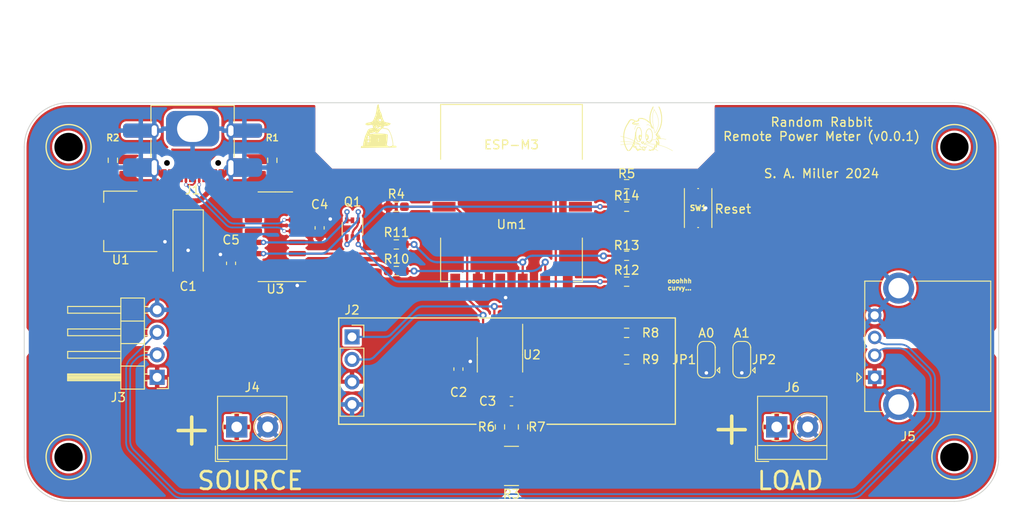
<source format=kicad_pcb>
(kicad_pcb (version 20211014) (generator pcbnew)
  (title_block (title "Remote Power Meter") (date "2024-02-25") (rev "0.0.1") (company "S. A. Miller"))
  (layers (0 "F.Cu" signal) (31 "B.Cu" signal) (34 "B.Paste" user) (35 "F.Paste" user) (36 "B.SilkS" user "B.Silkscreen") (37 "F.SilkS" user "F.Silkscreen") (38 "B.Mask" user) (39 "F.Mask" user) (44 "Edge.Cuts" user))
  (net 0 "")
  (net 1 "GND")
  (net 2 "Vcc")
  (net 3 "/CC1")
  (net 5 "/CC2")
  (net 7 "3v3")
  (net 8 "I2C SCL")
  (net 9 "I2C SDA")
  (net 11 "RST")
  (net 12 "IO0")
  (net 13 "/Vload")
  (net 14 "/Vsource")
  (net 15 "Net-(C3-Pad1)")
  (net 16 "Net-(C3-Pad2)")
  (net 17 "Net-(JP1-Pad2)")
  (net 18 "Net-(JP2-Pad2)")
  (net 19 "Net-(R8-Pad1)")
  (net 20 "Net-(R9-Pad1)")
  (net 21 "D-")
  (net 22 "D+")
  (net 23 "Net-(R10-Pad1)")
  (net 24 "RxD")
  (net 25 "Net-(R11-Pad1)")
  (net 26 "TxD")
  (net 27 "UD+")
  (net 28 "UD-")
  (net 29 "CTS")
  (net 30 "DSR")
  (net 31 "RI")
  (net 32 "DCD")
  (net 33 "DTR")
  (net 34 "RTS")
  (net 38 "+3V3")
  (net 39 "IO16")
  (net 40 "IO13")
  (net 41 "IO2")
  (footprint "Resistor_SMD:R_0603_1608Metric_Pad0.98x0.95mm_HandSolder" (layer "F.Cu") (at 101.3 101.6 90)
    (fp_text reference "R7")
    (fp_text value "10")
  )
  (footprint "Jumper:SolderJumper-3_P1.3mm_Bridged12_RoundedPad1.0x1.5mm" (layer "F.Cu") (at 122 94 90)
    (fp_text reference "JP1")
    (fp_text value "A0")
  )
  (footprint "Resistor_SMD:R_0603_1608Metric" (layer "F.Cu") (at 113 76.74)
    (fp_text reference "R14")
    (fp_text value "10K")
  )
  (footprint "Tinker:R_0603_1608Metric_Pad0.98x0.95mm_HandSolder" (layer "F.Cu") (at 73 71.5 -90)
    (fp_text reference "R1")
    (fp_text value "5k1")
  )
  (footprint "Tinker:NerdMage" (layer "F.Cu") (at 85 67.58)
    (fp_text reference "G***" hide)
    (fp_text value "LOGO" hide)
  )
  (footprint "Resistor_SMD:R_0603_1608Metric_Pad0.98x0.95mm_HandSolder" (layer "F.Cu") (at 98.7 101.6 90)
    (fp_text reference "R6")
    (fp_text value "10")
  )
  (footprint "Jumper:SolderJumper-3_P1.3mm_Bridged12_RoundedPad1.0x1.5mm" (layer "F.Cu") (at 126 94 90)
    (fp_text reference "JP2")
    (fp_text value "A1")
  )
  (footprint "Package_TO_SOT_SMD:SOT-223-3_TabPin2" (layer "F.Cu") (at 55.88 78.394737 180)
    (fp_text reference "U1")
    (fp_text value "AMS1117-3.3")
  )
  (footprint "Connector_USB:USB_A_CONNFLY_DS1095-WNR0" (layer "F.Cu") (at 141 96 90)
    (fp_text reference "J5")
    (fp_text value "USB_A")
  )
  (footprint "Tinker:Mount" (layer "F.Cu") (at 150 105)
    (fp_text reference "REF**" hide)
    (fp_text value "Mount" hide)
  )
  (footprint "Resistor_SMD:R_0603_1608Metric_Pad0.98x0.95mm_HandSolder" (layer "F.Cu") (at 87 81)
    (fp_text reference "R11")
    (fp_text value "10K")
  )
  (footprint "Tinker:SW_Push_TS273014TP" (layer "F.Cu") (at 121.069999 76.89 -90)
    (fp_text reference "SW1")
    (fp_text value "SW_Push" hide)
  )
  (footprint "Capacitor_SMD:C_0603_1608Metric_Pad1.08x0.95mm_HandSolder" (layer "F.Cu") (at 68.34371 83.131039 90)
    (fp_text reference "C5")
    (fp_text value "100nf")
  )
  (footprint "Capacitor_SMD:C_0603_1608Metric_Pad1.08x0.95mm_HandSolder" (layer "F.Cu") (at 78.34371 79.131039 90)
    (fp_text reference "C4")
    (fp_text value "10nf")
  )
  (footprint "Tinker:USB_C_Receptacle_HRO_TYPE-C-31-M-12" (layer "F.Cu") (at 64 69.2 180)
    (fp_text reference "J1")
    (fp_text value "USB_C_Receptacle_USB2.0")
  )
  (footprint "Tinker:DagNabbit" (layer "F.Cu") (at 115 68.58)
    (fp_text reference "REF**" hide)
    (fp_text value "DagNabbit" hide)
  )
  (footprint "Capacitor_SMD:C_0603_1608Metric_Pad1.08x0.95mm_HandSolder" (layer "F.Cu") (at 100 98.7 180)
    (fp_text reference "C3")
    (fp_text value "0.1")
  )
  (footprint "Package_SO:SOIC-16_3.9x9.9mm_P1.27mm" (layer "F.Cu") (at 73.34371 80.131039 180)
    (fp_text reference "U3")
    (fp_text value "CH340C")
  )
  (footprint "Resistor_SMD:R_0603_1608Metric_Pad0.98x0.95mm_HandSolder" (layer "F.Cu") (at 113 93.98)
    (fp_text reference "R9")
    (fp_text value "10K")
  )
  (footprint "Tinker:Mount" (layer "F.Cu") (at 150 70)
    (fp_text reference "REF**" hide)
    (fp_text value "Mount" hide)
  )
  (footprint "Tinker:Mount" (layer "F.Cu") (at 50 70)
    (fp_text reference "REF**" hide)
    (fp_text value "Mount" hide)
  )
  (footprint "Tinker:Mount" (layer "F.Cu") (at 50 105)
    (fp_text reference "REF**" hide)
    (fp_text value "Mount" hide)
  )
  (footprint "Connector_PinHeader_2.54mm:PinHeader_1x04_P2.54mm_Horizontal" (layer "F.Cu") (at 60 96 180)
    (fp_text reference "J3")
    (fp_text value "Conn_01x04_Male")
  )
  (footprint "Capacitor_SMD:C_0603_1608Metric_Pad1.08x0.95mm_HandSolder" (layer "F.Cu") (at 94.009792 95.069399 90)
    (fp_text reference "C2")
    (fp_text value "0.1")
  )
  (footprint "Resistor_SMD:R_0603_1608Metric" (layer "F.Cu") (at 113 82.28)
    (fp_text reference "R13")
    (fp_text value "10K")
  )
  (footprint "Capacitor_Tantalum_SMD:CP_EIA-6032-28_Kemet-C_Pad2.25x2.35mm_HandSolder" (layer "F.Cu") (at 63.5 81.030718 -90)
    (fp_text reference "C1")
    (fp_text value "22uf")
  )
  (footprint "Package_SO:SOIC-8_3.9x4.9mm_P1.27mm" (layer "F.Cu") (at 98.7 93.456899 -90)
    (fp_text reference "U2")
    (fp_text value "INA219AxD")
  )
  (footprint "TerminalBlock_4Ucon:TerminalBlock_4Ucon_1x02_P3.50mm_Horizontal" (layer "F.Cu") (at 68.98 101.6)
    (fp_text reference "J4")
    (fp_text value "Conn_01x02")
  )
  (footprint "Resistor_SMD:R_0603_1608Metric_Pad0.98x0.95mm_HandSolder" (layer "F.Cu") (at 87 76.74)
    (fp_text reference "R4")
    (fp_text value "10K")
  )
  (footprint "Resistor_SMD:R_0603_1608Metric_Pad0.98x0.95mm_HandSolder" (layer "F.Cu") (at 113 90.981899)
    (fp_text reference "R8")
    (fp_text value "10K")
  )
  (footprint "TerminalBlock_4Ucon:TerminalBlock_4Ucon_1x02_P3.50mm_Horizontal" (layer "F.Cu") (at 129.94 101.6)
    (fp_text reference "J6")
    (fp_text value "Conn_01x02")
  )
  (footprint "Tinker:ESP-M3" (layer "F.Cu") (at 100 75.2)
    (fp_text reference "Um1")
    (fp_text value "ESP-M3")
  )
  (footprint "Resistor_SMD:R_0603_1608Metric_Pad0.98x0.95mm_HandSolder" (layer "F.Cu") (at 113 85.2 180)
    (fp_text reference "R12")
    (fp_text value "10K")
  )
  (footprint "Connector_PinSocket_2.54mm:PinSocket_1x04_P2.54mm_Vertical" (layer "F.Cu") (at 82 91.44)
    (fp_text reference "J2")
    (fp_text value "Conn_01x04_Female")
  )
  (footprint "Resistor_SMD:R_0603_1608Metric_Pad0.98x0.95mm_HandSolder" (layer "F.Cu") (at 113 74.2 180)
    (fp_text reference "R5")
    (fp_text value "10K")
  )
  (footprint "Tinker:R_0603_1608Metric_Pad0.98x0.95mm_HandSolder" (layer "F.Cu") (at 55 71.5 -90)
    (fp_text reference "R2")
    (fp_text value "5k1")
  )
  (footprint "Resistor_SMD:R_2816_7142Metric_Pad3.20x4.45mm_HandSolder" (layer "F.Cu") (at 100 106 180)
    (fp_text reference "R3")
    (fp_text value "0.1")
  )
  (footprint "Package_TO_SOT_SMD:SOT-363_SC-70-6" (layer "F.Cu") (at 82.047854 79.227382 -90)
    (fp_text reference "Q1")
    (fp_text value "UMH3N")
  )
  (footprint "Resistor_SMD:R_0603_1608Metric_Pad0.98x0.95mm_HandSolder" (layer "F.Cu") (at 87 84)
    (fp_text reference "R10")
    (fp_text value "10K")
  )
  (gr_line (start 118.5 101.3) (end 104 101.3) (layer "F.SilkS") (width 0.15))
  (gr_line (start 118.5 89.3) (end 118.5 101.3) (layer "F.SilkS") (width 0.15))
  (gr_line (start 80.5 89.3) (end 80.5 101.3) (layer "F.SilkS") (width 0.15))
  (gr_line (start 80.5 89.3) (end 118.5 89.3) (layer "F.SilkS") (width 0.15))
  (gr_line (start 96 101.3) (end 80.5 101.3) (layer "F.SilkS") (width 0.15))
  (gr_line (start 150 110) (end 50 110) (layer "Edge.Cuts") (width 0.1))
  (gr_line (start 155 70) (end 155 105) (layer "Edge.Cuts") (width 0.1))
  (gr_line (start 50 65) (end 150 65) (layer "Edge.Cuts") (width 0.1))
  (gr_arc (start 150 65) (mid 153.535534 66.464466) (end 155 70) (layer "Edge.Cuts") (width 0.1))
  (gr_arc (start 50 110) (mid 46.464466 108.535534) (end 45 105) (layer "Edge.Cuts") (width 0.1))
  (gr_arc (start 155 105) (mid 153.535534 108.535534) (end 150 110) (layer "Edge.Cuts") (width 0.1))
  (gr_line (start 45 105) (end 45 70) (layer "Edge.Cuts") (width 0.1))
  (gr_arc (start 45 70) (mid 46.464466 66.464466) (end 50 65) (layer "Edge.Cuts") (width 0.1))
  (gr_text "Reset" (at 125 77) (layer "F.SilkS") (effects (font (size 1 1))))
  (gr_text "ooohhh\ncurvy..." (at 118.983014 85.522324) (layer "F.SilkS") (effects (font (size 0.5 0.5) (thickness 0.125))))
  (gr_text "+" (at 63.9 101.7) (layer "F.SilkS") (effects (font (size 4 4) (thickness 0.4))))
  (gr_text "A1" (at 126 91) (layer "F.SilkS") (effects (font (size 1 1))))
  (gr_text "Random Rabbit\n${TITLE} (v${REVISION})" (at 135 68) (layer "F.SilkS") (effects (font (size 1 1))))
  (gr_text "A0" (at 122 91) (layer "F.SilkS") (effects (font (size 1 1))))
  (gr_text "LOAD" (at 131.48 107.68) (layer "F.SilkS") (effects (font (size 2 2) (thickness 0.3))))
  (gr_text "SOURCE" (at 70.52 107.68) (layer "F.SilkS") (effects (font (size 2 2) (thickness 0.3))))
  (gr_text "S. A. Miller 2024" (at 135 73) (layer "F.SilkS") (effects (font (size 1 1))))
  (gr_text "+" (at 124.86 101.6) (layer "F.SilkS") (effects (font (size 4 4) (thickness 0.4))))
  (segment (start 67.25 73.245) (end 67.405 73.245) (width 0.6) (layer "F.Cu") (net 1))
  (segment (start 98.73 85.2) (end 98.73 86.395) (width 0.25) (layer "F.Cu") (net 1))
  (segment (start 63.5 83.580718) (end 63.5 81.664381) (width 0.25) (layer "F.Cu") (net 1))
  (segment (start 59.03 80.694737) (end 60.88 80.694738) (width 0.25) (layer "F.Cu") (net 1))
  (segment (start 94.009792 94.206899) (end 97.007696 94.206899) (width 0.25) (layer "F.Cu") (net 1))
  (segment (start 98.065 95.264203) (end 98.065 95.931899) (width 0.25) (layer "F.Cu") (net 1))
  (segment (start 72.755705 72.318205) (end 69.096965 72.318205) (width 0.25) (layer "F.Cu") (net 1))
  (segment (start 55 72.5625) (end 55.244295 72.318205) (width 0.25) (layer "F.Cu") (net 1))
  (segment (start 68.34371 82.268539) (end 67.28121 82.268539) (width 0.25) (layer "F.Cu") (net 1))
  (segment (start 73 72.5625) (end 72.755705 72.318205) (width 0.25) (layer "F.Cu") (net 1))
  (segment (start 79.406211 78.268539) (end 79.54371 78.131039) (width 0.25) (layer "F.Cu") (net 1))
  (segment (start 67.405 73.245) (end 68.32 72.33) (width 0.6) (layer "F.Cu") (net 1))
  (segment (start 55.244295 72.318205) (end 58.903035 72.318205) (width 0.25) (layer "F.Cu") (net 1))
  (segment (start 60.595 73.245) (end 59.68 72.33) (width 0.6) (layer "F.Cu") (net 1))
  (segment (start 78.343711 78.268539) (end 79.406211 78.268539) (width 0.25) (layer "F.Cu") (net 1))
  (segment (start 121.92 75.04) (end 121.92 78.74) (width 0.25) (layer "F.Cu") (net 1))
  (segment (start 63.5 81.664381) (end 63.499332 81.663713) (width 0.25) (layer "F.Cu") (net 1))
  (segment (start 97.714803 94.499792) (end 97.772107 94.557096) (width 0.25) (layer "F.Cu") (net 1))
  (segment (start 75.81871 84.576039) (end 75.81871 85.63104) (width 0.25) (layer "F.Cu") (net 1))
  (segment (start 67.28121 82.268539) (end 67.14371 82.131039) (width 0.25) (layer "F.Cu") (net 1))
  (segment (start 98.73 86.395) (end 99.335 87) (width 0.25) (layer "F.Cu") (net 1))
  (segment (start 60.75 73.245) (end 60.595 73.245) (width 0.6) (layer "F.Cu") (net 1))
  (via (at 99.335 87) (size 0.8) (drill 0.4) (layers "F.Cu" "B.Cu") (net 1))
  (via (at 79.54371 78.131039) (size 0.8) (drill 0.4) (layers "F.Cu" "B.Cu") (net 1))
  (via (at 67.14371 82.131039) (size 0.8) (drill 0.4) (layers "F.Cu" "B.Cu") (net 1))
  (via (at 95.351887 94.206899) (size 0.8) (drill 0.4) (layers "F.Cu" "B.Cu") (net 1))
  (via (at 126 95.5) (size 0.8) (drill 0.4) (layers "F.Cu" "B.Cu") (net 1))
  (via (at 121.919999 76.89) (size 0.8) (drill 0.4) (layers "F.Cu" "B.Cu") (net 1))
  (via (at 63.499332 81.663713) (size 0.8) (drill 0.4) (layers "F.Cu" "B.Cu") (net 1))
  (via (at 75.81871 85.63104) (size 0.8) (drill 0.4) (layers "F.Cu" "B.Cu") (net 1))
  (via (at 60.88 80.694738) (size 0.8) (drill 0.4) (layers "F.Cu" "B.Cu") (net 1))
  (via (at 122 95.5) (size 0.8) (drill 0.4) (layers "F.Cu" "B.Cu") (net 1))
  (arc (start 98.065 95.264203) (mid 97.98888 94.88152) (end 97.772107 94.557096) (width 0.25) (layer "F.Cu") (net 1))
  (arc (start 97.007696 94.206899) (mid 97.390379 94.283019) (end 97.714803 94.499792) (width 0.25) (layer "F.Cu") (net 1))
  (segment (start 60.922893 75.801844) (end 61.257107 75.46763) (width 0.6) (layer "F.Cu") (net 2))
  (segment (start 65.068156 75.801844) (end 66.157107 74.712893) (width 0.6) (layer "F.Cu") (net 2))
  (segment (start 66.45 74.005786) (end 66.45 73.245) (width 0.6) (layer "F.Cu") (net 2))
  (segment (start 61.55 74.760523) (end 61.55 73.245) (width 0.6) (layer "F.Cu") (net 2))
  (segment (start 59.03 76.094737) (end 60.215786 76.094737) (width 0.6) (layer "F.Cu") (net 2))
  (segment (start 59.03 76.094737) (end 64.361049 76.094737) (width 0.6) (layer "F.Cu") (net 2))
  (arc (start 61.257107 75.46763) (mid 61.47388 75.143207) (end 61.55 74.760523) (width 0.6) (layer "F.Cu") (net 2))
  (arc (start 60.922893 75.801844) (mid 60.59847 76.018617) (end 60.215786 76.094737) (width 0.6) (layer "F.Cu") (net 2))
  (arc (start 64.361049 76.094737) (mid 64.743732 76.018617) (end 65.068156 75.801844) (width 0.6) (layer "F.Cu") (net 2))
  (arc (start 66.157107 74.712893) (mid 66.37388 74.38847) (end 66.45 74.005786) (width 0.6) (layer "F.Cu") (net 2))
  (segment (start 65.25 72.634214) (end 65.25 73.245) (width 0.25) (layer "F.Cu") (net 3))
  (segment (start 73 70.4375) (end 67.446714 70.4375) (width 0.25) (layer "F.Cu") (net 3))
  (segment (start 66.739607 70.730393) (end 65.542893 71.927107) (width 0.25) (layer "F.Cu") (net 3))
  (arc (start 65.25 72.634214) (mid 65.32612 72.251531) (end 65.542893 71.927107) (width 0.25) (layer "F.Cu") (net 3))
  (arc (start 67.446714 70.4375) (mid 67.064031 70.51362) (end 66.739607 70.730393) (width 0.25) (layer "F.Cu") (net 3))
  (segment (start 55 70.4375) (end 55.046662 70.484162) (width 0.25) (layer "F.Cu") (net 5))
  (segment (start 55.046662 70.484162) (end 60.800709 70.484162) (width 0.25) (layer "F.Cu") (net 5))
  (segment (start 61.507815 70.777055) (end 61.957106 71.226346) (width 0.25) (layer "F.Cu") (net 5))
  (segment (start 62.25 71.933453) (end 62.25 73.245) (width 0.25) (layer "F.Cu") (net 5))
  (arc (start 60.800709 70.484162) (mid 61.183392 70.560282) (end 61.507815 70.777055) (width 0.25) (layer "F.Cu") (net 5))
  (arc (start 61.957106 71.226346) (mid 62.173879 71.550769) (end 62.25 71.933453) (width 0.25) (layer "F.Cu") (net 5))
  (segment (start 94.046658 95.931899) (end 96.795 95.931899) (width 0.25) (layer "F.Cu") (net 7))
  (segment (start 96.795 88.88757) (end 95.292893 87.385463) (width 0.25) (layer "F.Cu") (net 8))
  (segment (start 96.795 90.981899) (end 96.795 89) (width 0.25) (layer "F.Cu") (net 8))
  (segment (start 92.38 76.74) (end 93.205786 76.74) (width 0.25) (layer "F.Cu") (net 8))
  (segment (start 87.9125 76.74) (end 92.38 76.74) (width 0.25) (layer "F.Cu") (net 8))
  (segment (start 96.795 89) (end 96.795 88.88757) (width 0.25) (layer "F.Cu") (net 8))
  (segment (start 95 78.534214) (end 95 86.678356) (width 0.25) (layer "F.Cu") (net 8))
  (segment (start 93.912893 77.032893) (end 94.707107 77.827107) (width 0.25) (layer "F.Cu") (net 8))
  (via (at 96.795 89) (size 0.8) (drill 0.4) (layers "F.Cu" "B.Cu") (net 8))
  (arc (start 95 86.678356) (mid 95.07612 87.061039) (end 95.292893 87.385463) (width 0.25) (layer "F.Cu") (net 8))
  (arc (start 93.912893 77.032893) (mid 93.58847 76.81612) (end 93.205786 76.74) (width 0.25) (layer "F.Cu") (net 8))
  (arc (start 95 78.534214) (mid 94.92388 78.151531) (end 94.707107 77.827107) (width 0.25) (layer "F.Cu") (net 8))
  (segment (start 89.614214 89) (end 96.795 89) (width 0.25) (layer "B.Cu") (net 8))
  (segment (start 82 93.98) (end 83.805786 93.98) (width 0.25) (layer "B.Cu") (net 8))
  (segment (start 84.512893 93.687107) (end 88.907107 89.292893) (width 0.25) (layer "B.Cu") (net 8))
  (arc (start 83.805786 93.98) (mid 84.188469 93.90388) (end 84.512893 93.687107) (width 0.25) (layer "B.Cu") (net 8))
  (arc (start 88.907107 89.292893) (mid 89.23153 89.07612) (end 89.614214 89) (width 0.25) (layer "B.Cu") (net 8))
  (segment (start 103.781644 87.707107) (end 104.707107 86.781644) (width 0.25) (layer "F.Cu") (net 9))
  (segment (start 105 76.154214) (end 105 86.074537) (width 0.25) (layer "F.Cu") (net 9))
  (segment (start 98.065 88) (end 103.074537 88) (width 0.25) (layer "F.Cu") (net 9))
  (segment (start 106.247107 74.492893) (end 105.292893 75.447107) (width 0.25) (layer "F.Cu") (net 9))
  (segment (start 112.0875 74.2) (end 107.78 74.2) (width 0.25) (layer "F.Cu") (net 9))
  (segment (start 98.065 90.981899) (end 98.065 88) (width 0.25) (layer "F.Cu") (net 9))
  (segment (start 107.78 74.2) (end 106.954214 74.2) (width 0.25) (layer "F.Cu") (net 9))
  (via (at 98.065 88) (size 0.8) (drill 0.4) (layers "F.Cu" "B.Cu") (net 9))
  (arc (start 106.247107 74.492893) (mid 106.57153 74.27612) (end 106.954214 74.2) (width 0.25) (layer "F.Cu") (net 9))
  (arc (start 105 86.074537) (mid 104.92388 86.45722) (end 104.707107 86.781644) (width 0.25) (layer "F.Cu") (net 9))
  (arc (start 103.074537 88) (mid 103.45722 87.92388) (end 103.781644 87.707107) (width 0.25) (layer "F.Cu") (net 9))
  (arc (start 105.292893 75.447107) (mid 105.07612 75.77153) (end 105 76.154214) (width 0.25) (layer "F.Cu") (net 9))
  (segment (start 82 91.44) (end 85.70939 91.44) (width 0.25) (layer "B.Cu") (net 9))
  (segment (start 89.977818 88) (end 98.065 88) (width 0.25) (layer "B.Cu") (net 9))
  (segment (start 86.416497 91.147107) (end 89.270711 88.292893) (width 0.25) (layer "B.Cu") (net 9))
  (arc (start 86.416497 91.147107) (mid 86.092074 91.36388) (end 85.70939 91.44) (width 0.25) (layer "B.Cu") (net 9))
  (arc (start 89.270711 88.292893) (mid 89.595134 88.07612) (end 89.977818 88) (width 0.25) (layer "B.Cu") (net 9))
  (segment (start 82.697854 80.177382) (end 82.697854 80.997065) (width 0.25) (layer "F.Cu") (net 11))
  (segment (start 112.0875 85.2) (end 106.35 85.2) (width 0.25) (layer "F.Cu") (net 11))
  (segment (start 117.71866 86.658096) (end 119.780659 84.596097) (width 0.25) (layer "F.Cu") (net 11))
  (segment (start 113.721769 87.097436) (end 116.658 87.097436) (width 0.25) (layer "F.Cu") (net 11))
  (segment (start 82.697854 80.997065) (end 82.700789 81) (width 0.25) (layer "F.Cu") (net 11))
  (segment (start 112.0875 85.2) (end 112.0875 85.463167) (width 0.25) (layer "F.Cu") (net 11))
  (segment (start 120.219999 75.04) (end 120.219999 78.74) (width 0.25) (layer "F.Cu") (net 11))
  (segment (start 112.52684 86.523827) (end 112.661109 86.658096) (width 0.25) (layer "F.Cu") (net 11))
  (segment (start 120.219999 83.535437) (end 120.219999 78.74) (width 0.25) (layer "F.Cu") (net 11))
  (via (at 82.700789 81) (size 0.6) (drill 0.3) (layers "F.Cu" "B.Cu") (net 11))
  (via (at 110 85.2) (size 0.6) (drill 0.3) (layers "F.Cu" "B.Cu") (net 11))
  (arc (start 117.71866 86.658096) (mid 117.232025 86.983255) (end 116.658 87.097436) (width 0.25) (layer "F.Cu") (net 11))
  (arc (start 120.219999 83.535437) (mid 120.105818 84.109462) (end 119.780659 84.596097) (width 0.25) (layer "F.Cu") (net 11))
  (arc (start 112.0875 85.463167) (mid 112.201681 86.037192) (end 112.52684 86.523827) (width 0.25) (layer "F.Cu") (net 11))
  (arc (start 112.661109 86.658096) (mid 113.147744 86.983255) (end 113.721769 87.097436) (width 0.25) (layer "F.Cu") (net 11))
  (segment (start 86.607897 84.907107) (end 82.700789 81) (width 0.25) (layer "B.Cu") (net 11))
  (segment (start 110 85.2) (end 87.315003 85.2) (width 0.25) (layer "B.Cu") (net 11))
  (arc (start 87.315003 85.2) (mid 86.93232 85.12388) (end 86.607897 84.907107) (width 0.25) (layer "B.Cu") (net 11))
  (segment (start 81.397854 80.177382) (end 81.397854 80.967066) (width 0.25) (layer "F.Cu") (net 12))
  (segment (start 112.175 76.74) (end 107.78 76.74) (width 0.25) (layer "F.Cu") (net 12))
  (segment (start 81.397854 80.967066) (end 81.430788 81) (width 0.25) (layer "F.Cu") (net 12))
  (via (at 81.430788 81) (size 0.6) (drill 0.3) (layers "F.Cu" "B.Cu") (net 12))
  (via (at 110 76.74) (size 0.6) (drill 0.3) (layers "F.Cu" "B.Cu") (net 12))
  (segment (start 86.105002 76.74) (end 110 76.74) (width 0.25) (layer "B.Cu") (net 12))
  (segment (start 81.430788 81) (end 85.397895 77.032893) (width 0.25) (layer "B.Cu") (net 12))
  (arc (start 85.397895 77.032893) (mid 85.722318 76.81612) (end 86.105002 76.74) (width 0.25) (layer "B.Cu") (net 12))
  (segment (start 100.605 95.931899) (end 100.605 99.578286) (width 0.25) (layer "F.Cu") (net 15))
  (segment (start 100.897893 100.285393) (end 101.3 100.6875) (width 0.25) (layer "F.Cu") (net 15))
  (arc (start 100.605 99.578286) (mid 100.68112 99.960969) (end 100.897893 100.285393) (width 0.25) (layer "F.Cu") (net 15))
  (segment (start 99.335 95.931899) (end 99.335 99.638286) (width 0.25) (layer "F.Cu") (net 16))
  (segment (start 99.042107 100.345393) (end 98.7 100.6875) (width 0.25) (layer "F.Cu") (net 16))
  (arc (start 99.335 99.638286) (mid 99.25888 100.020969) (end 99.042107 100.345393) (width 0.25) (layer "F.Cu") (net 16))
  (segment (start 113.9325 94) (end 122 94) (width 0.25) (layer "F.Cu") (net 17))
  (segment (start 113.9125 93.98) (end 113.9325 94) (width 0.25) (layer "F.Cu") (net 17))
  (segment (start 124.707107 93.707107) (end 124.230255 93.230255) (width 0.25) (layer "F.Cu") (net 18))
  (segment (start 123.644469 91.600976) (end 123.318285 91.274792) (width 0.25) (layer "F.Cu") (net 18))
  (segment (start 126 94) (end 125.414214 94) (width 0.25) (layer "F.Cu") (net 18))
  (segment (start 122.611178 90.981899) (end 113.9125 90.981899) (width 0.25) (layer "F.Cu") (net 18))
  (segment (start 123.937362 92.523148) (end 123.937362 92.308083) (width 0.25) (layer "F.Cu") (net 18))
  (arc (start 123.937362 92.523148) (mid 124.013482 92.905831) (end 124.230255 93.230255) (width 0.25) (layer "F.Cu") (net 18))
  (arc (start 122.611178 90.981899) (mid 122.993861 91.058019) (end 123.318285 91.274792) (width 0.25) (layer "F.Cu") (net 18))
  (arc (start 125.414214 94) (mid 125.031531 93.92388) (end 124.707107 93.707107) (width 0.25) (layer "F.Cu") (net 18))
  (arc (start 123.937362 92.308083) (mid 123.861242 91.9254) (end 123.644469 91.600976) (width 0.25) (layer "F.Cu") (net 18))
  (segment (start 100.605 90.981899) (end 112.0875 90.981899) (width 0.25) (layer "F.Cu") (net 19))
  (segment (start 101.093882 93.98) (end 112.0875 93.98) (width 0.25) (layer "F.Cu") (net 20))
  (segment (start 99.627893 92.928225) (end 100.386775 93.687107) (width 0.25) (layer "F.Cu") (net 20))
  (segment (start 99.335 90.981899) (end 99.335 92.221118) (width 0.25) (layer "F.Cu") (net 20))
  (arc (start 100.386775 93.687107) (mid 100.711197 93.903886) (end 101.093882 93.98) (width 0.25) (layer "F.Cu") (net 20))
  (arc (start 99.335 92.221118) (mid 99.41112 92.603802) (end 99.627893 92.928225) (width 0.25) (layer "F.Cu") (net 20))
  (segment (start 62.97438 109.182496) (end 138.273345 109.182496) (width 0.2) (layer "B.Cu") (net 21))
  (segment (start 57.388882 104.218318) (end 61.91372 108.743156) (width 0.2) (layer "B.Cu") (net 21))
  (segment (start 141.335659 93.164341) (end 141 93.5) (width 0.2) (layer "B.Cu") (net 21))
  (segment (start 143.692138 92.725001) (end 142.396319 92.725001) (width 0.2) (layer "B.Cu") (net 21))
  (segment (start 139.334005 108.743156) (end 146.924556 101.152605) (width 0.2) (layer "B.Cu") (net 21))
  (segment (start 147.363896 100.091945) (end 147.363896 96.396759) (width 0.2) (layer "B.Cu") (net 21))
  (segment (start 60 93.46) (end 58.717717 93.46) (width 0.2) (layer "B.Cu") (net 21))
  (segment (start 146.924556 95.336099) (end 144.752798 93.164341) (width 0.2) (layer "B.Cu") (net 21))
  (segment (start 56.949542 95.228175) (end 56.949542 103.157658) (width 0.2) (layer "B.Cu") (net 21))
  (segment (start 57.657057 93.89934) (end 57.388882 94.167515) (width 0.2) (layer "B.Cu") (net 21))
  (arc (start 146.924556 95.336099) (mid 147.249715 95.822734) (end 147.363896 96.396759) (width 0.2) (layer "B.Cu") (net 21))
  (arc (start 139.334005 108.743156) (mid 138.84737 109.068315) (end 138.273345 109.182496) (width 0.2) (layer "B.Cu") (net 21))
  (arc (start 146.924556 101.152605) (mid 147.249715 100.66597) (end 147.363896 100.091945) (width 0.2) (layer "B.Cu") (net 21))
  (arc (start 61.91372 108.743156) (mid 62.400355 109.068315) (end 62.97438 109.182496) (width 0.2) (layer "B.Cu") (net 21))
  (arc (start 57.388882 104.218318) (mid 57.063723 103.731683) (end 56.949542 103.157658) (width 0.2) (layer "B.Cu") (net 21))
  (arc (start 58.717717 93.46) (mid 58.143692 93.574181) (end 57.657057 93.89934) (width 0.2) (layer "B.Cu") (net 21))
  (arc (start 57.388882 94.167515) (mid 57.063723 94.65415) (end 56.949542 95.228175) (width 0.2) (layer "B.Cu") (net 21))
  (arc (start 144.752798 93.164341) (mid 144.266163 92.839182) (end 143.692138 92.725001) (width 0.2) (layer "B.Cu") (net 21))
  (arc (start 141.335659 93.164341) (mid 141.822294 92.839182) (end 142.396319 92.725001) (width 0.2) (layer "B.Cu") (net 21))
  (segment (start 56.499542 95.041778) (end 56.499542 103.344058) (width 0.2) (layer "B.Cu") (net 22))
  (segment (start 60 90.92) (end 56.938882 93.981118) (width 0.2) (layer "B.Cu") (net 22))
  (segment (start 62.78798 109.632496) (end 138.459745 109.632496) (width 0.2) (layer "B.Cu") (net 22))
  (segment (start 139.520405 109.193156) (end 147.374556 101.339005) (width 0.2) (layer "B.Cu") (net 22))
  (segment (start 56.938882 104.404718) (end 61.72732 109.193156) (width 0.2) (layer "B.Cu") (net 22))
  (segment (start 147.374556 95.149699) (end 144.939196 92.714339) (width 0.2) (layer "B.Cu") (net 22))
  (segment (start 147.813896 100.278345) (end 147.813896 96.210359) (width 0.2) (layer "B.Cu") (net 22))
  (segment (start 143.878536 92.274999) (end 142.396319 92.274999) (width 0.2) (layer "B.Cu") (net 22))
  (segment (start 141.335659 91.835659) (end 141 91.5) (width 0.2) (layer "B.Cu") (net 22))
  (arc (start 147.813896 100.278345) (mid 147.699715 100.85237) (end 147.374556 101.339005) (width 0.2) (layer "B.Cu") (net 22))
  (arc (start 147.813896 96.210359) (mid 147.699715 95.636334) (end 147.374556 95.149699) (width 0.2) (layer "B.Cu") (net 22))
  (arc (start 56.938882 93.981118) (mid 56.613723 94.467753) (end 56.499542 95.041778) (width 0.2) (layer "B.Cu") (net 22))
  (arc (start 141.335659 91.835659) (mid 141.822294 92.160818) (end 142.396319 92.274999) (width 0.2) (layer "B.Cu") (net 22))
  (arc (start 144.939196 92.714339) (mid 144.452561 92.38918) (end 143.878536 92.274999) (width 0.2) (layer "B.Cu") (net 22))
  (arc (start 138.459745 109.632496) (mid 139.03377 109.518315) (end 139.520405 109.193156) (width 0.2) (layer "B.Cu") (net 22))
  (arc (start 56.499542 103.344058) (mid 56.613723 103.918083) (end 56.938882 104.404718) (width 0.2) (layer "B.Cu") (net 22))
  (arc (start 62.78798 109.632496) (mid 62.213955 109.518315) (end 61.72732 109.193156) (width 0.2) (layer "B.Cu") (net 22))
  (segment (start 85.832879 83.745379) (end 86.0875 84) (width 0.25) (layer "F.Cu") (net 23))
  (segment (start 75.81871 83.306039) (end 84.772219 83.306039) (width 0.25) (layer "F.Cu") (net 23))
  (arc (start 84.772219 83.306039) (mid 85.346244 83.42022) (end 85.832879 83.745379) (width 0.25) (layer "F.Cu") (net 23))
  (segment (start 103.81 85.2) (end 103.81 83) (width 0.25) (layer "F.Cu") (net 24))
  (segment (start 87.9125 84) (end 89 84) (width 0.25) (layer "F.Cu") (net 24))
  (via (at 103.81 83) (size 0.8) (drill 0.4) (layers "F.Cu" "B.Cu") (net 24))
  (via (at 89 84) (size 0.8) (drill 0.4) (layers "F.Cu" "B.Cu") (net 24))
  (segment (start 103.24934 83.56066) (end 103.81 83) (width 0.25) (layer "B.Cu") (net 24))
  (segment (start 89 84) (end 102.18868 84) (width 0.25) (layer "B.Cu") (net 24))
  (arc (start 103.24934 83.56066) (mid 102.762705 83.885819) (end 102.18868 84) (width 0.25) (layer "B.Cu") (net 24))
  (segment (start 75.81871 82.036039) (end 84.430141 82.036039) (width 0.25) (layer "F.Cu") (net 25))
  (segment (start 85.490801 81.596699) (end 86.0875 81) (width 0.25) (layer "F.Cu") (net 25))
  (arc (start 84.430141 82.036039) (mid 85.004166 81.921858) (end 85.490801 81.596699) (width 0.25) (layer "F.Cu") (net 25))
  (segment (start 87.9125 81) (end 89 81) (width 0.25) (layer "F.Cu") (net 26))
  (segment (start 112.175 82.28) (end 110.410452 82.28) (width 0.25) (layer "F.Cu") (net 26))
  (segment (start 110.410452 82.28) (end 110.386577 82.303875) (width 0.25) (layer "F.Cu") (net 26))
  (segment (start 101.27 85.2) (end 101.27 83) (width 0.25) (layer "F.Cu") (net 26))
  (via (at 110.386577 82.303875) (size 0.8) (drill 0.4) (layers "F.Cu" "B.Cu") (net 26))
  (via (at 89 81) (size 0.8) (drill 0.4) (layers "F.Cu" "B.Cu") (net 26))
  (via (at 101.27 83) (size 0.8) (drill 0.4) (layers "F.Cu" "B.Cu") (net 26))
  (segment (start 110.386577 82.303875) (end 110.357702 82.275) (width 0.25) (layer "B.Cu") (net 26))
  (segment (start 89 81) (end 90.56066 82.56066) (width 0.25) (layer "B.Cu") (net 26))
  (segment (start 110.357702 82.275) (end 102.409214 82.275) (width 0.25) (layer "B.Cu") (net 26))
  (segment (start 91.62132 83) (end 101.27 83) (width 0.25) (layer "B.Cu") (net 26))
  (segment (start 101.702107 82.567893) (end 101.27 83) (width 0.25) (layer "B.Cu") (net 26))
  (arc (start 91.62132 83) (mid 91.047295 82.885819) (end 90.56066 82.56066) (width 0.25) (layer "B.Cu") (net 26))
  (arc (start 101.702107 82.567893) (mid 102.02653 82.35112) (end 102.409214 82.275) (width 0.25) (layer "B.Cu") (net 26))
  (segment (start 75.818711 79.496039) (end 74.34371 79.496039) (width 0.2) (layer "F.Cu") (net 27))
  (segment (start 64.028204 74.27) (end 64.25 74.048204) (width 0.2) (layer "F.Cu") (net 27))
  (segment (start 64.25 74.048204) (end 64.25 73.245) (width 0.2) (layer "F.Cu") (net 27))
  (segment (start 63.25 73.245) (end 63.25 74.22) (width 0.2) (layer "F.Cu") (net 27))
  (segment (start 63.25 74.22) (end 63.3 74.27) (width 0.2) (layer "F.Cu") (net 27))
  (segment (start 63.3 74.27) (end 64.028204 74.27) (width 0.2) (layer "F.Cu") (net 27))
  (via (at 74.34371 79.496039) (size 0.4) (drill 0.3) (layers "F.Cu" "B.Cu") (net 27))
  (via (at 63.25 74.25) (size 0.4) (drill 0.3) (layers "F.Cu" "B.Cu") (net 27))
  (segment (start 63.25 74.25) (end 67.793146 78.793146) (width 0.2) (layer "B.Cu") (net 27))
  (segment (start 74.226603 79.378932) (end 74.34371 79.496039) (width 0.2) (layer "B.Cu") (net 27))
  (segment (start 68.500253 79.086039) (end 73.519496 79.086039) (width 0.2) (layer "B.Cu") (net 27))
  (arc (start 68.500253 79.086039) (mid 68.11757 79.009919) (end 67.793146 78.793146) (width 0.2) (layer "B.Cu") (net 27))
  (arc (start 73.519496 79.086039) (mid 73.902179 79.162159) (end 74.226603 79.378932) (width 0.2) (layer "B.Cu") (net 27))
  (segment (start 63.8 72.22) (end 63.75 72.27) (width 0.2) (layer "F.Cu") (net 28))
  (segment (start 63.75 72.27) (end 63.75 73.245) (width 0.2) (layer "F.Cu") (net 28))
  (segment (start 64.75 72.27) (end 64.7 72.22) (width 0.2) (layer "F.Cu") (net 28))
  (segment (start 64.75 73.245) (end 64.75 72.27) (width 0.2) (layer "F.Cu") (net 28))
  (segment (start 64.75 73.245) (end 64.75 74.25) (width 0.2) (layer "F.Cu") (net 28))
  (segment (start 75.81871 78.226039) (end 74.34371 78.226038) (width 0.2) (layer "F.Cu") (net 28))
  (segment (start 64.7 72.22) (end 63.8 72.22) (width 0.2) (layer "F.Cu") (net 28))
  (via (at 74.34371 78.226038) (size 0.4) (drill 0.3) (layers "F.Cu" "B.Cu") (net 28))
  (via (at 64.75 74.25) (size 0.4) (drill 0.3) (layers "F.Cu" "B.Cu") (net 28))
  (segment (start 65.042893 75.406496) (end 67.979542 78.343145) (width 0.2) (layer "B.Cu") (net 28))
  (segment (start 64.75 74.25) (end 64.75 74.699389) (width 0.2) (layer "B.Cu") (net 28))
  (segment (start 68.686649 78.636038) (end 73.519496 78.636038) (width 0.2) (layer "B.Cu") (net 28))
  (segment (start 74.226603 78.343145) (end 74.34371 78.226038) (width 0.2) (layer "B.Cu") (net 28))
  (arc (start 64.75 74.699389) (mid 64.82612 75.082072) (end 65.042893 75.406496) (width 0.2) (layer "B.Cu") (net 28))
  (arc (start 73.519496 78.636038) (mid 73.902179 78.559918) (end 74.226603 78.343145) (width 0.2) (layer "B.Cu") (net 28))
  (arc (start 68.686649 78.636038) (mid 68.303966 78.559918) (end 67.979542 78.343145) (width 0.2) (layer "B.Cu") (net 28))
  (segment (start 81.397854 78.277382) (end 81.397854 77.351894) (width 0.25) (layer "F.Cu") (net 33))
  (segment (start 81.397854 78.277382) (end 82.047854 78.277382) (width 0.25) (layer "F.Cu") (net 33))
  (segment (start 81.397854 77.351894) (end 81.430788 77.31896) (width 0.25) (layer "F.Cu") (net 33))
  (via (at 72 80.766039) (size 0.6) (drill 0.3) (layers "F.Cu" "B.Cu") (net 33))
  (via (at 81.430788 77.31896) (size 0.6) (drill 0.3) (layers "F.Cu" "B.Cu") (net 33))
  (segment (start 81.430788 77.812485) (end 81.430788 77.31896) (width 0.25) (layer "B.Cu") (net 33))
  (segment (start 72 80.766039) (end 78.477234 80.766039) (width 0.25) (layer "B.Cu") (net 33))
  (segment (start 79.184341 80.473146) (end 81.137895 78.519592) (width 0.25) (layer "B.Cu") (net 33))
  (arc (start 81.430788 77.812485) (mid 81.354668 78.195168) (end 81.137895 78.519592) (width 0.25) (layer "B.Cu") (net 33))
  (arc (start 78.477234 80.766039) (mid 78.859917 80.689919) (end 79.184341 80.473146) (width 0.25) (layer "B.Cu") (net 33))
  (segment (start 82.697854 78.277382) (end 82.697854 77.321895) (width 0.25) (layer "F.Cu") (net 34))
  (segment (start 82.697854 77.321895) (end 82.700789 77.31896) (width 0.25) (layer "F.Cu") (net 34))
  (segment (start 82.047854 79.916596) (end 82.047854 80.177382) (width 0.25) (layer "F.Cu") (net 34))
  (segment (start 82.697854 78.277382) (end 82.697854 78.438168) (width 0.25) (layer "F.Cu") (net 34))
  (segment (start 82.404961 79.145275) (end 82.340747 79.209489) (width 0.25) (layer "F.Cu") (net 34))
  (via (at 82.700789 77.31896) (size 0.6) (drill 0.3) (layers "F.Cu" "B.Cu") (net 34))
  (via (at 72 82.036039) (size 0.6) (drill 0.3) (layers "F.Cu" "B.Cu") (net 34))
  (arc (start 82.340747 79.209489) (mid 82.123974 79.533912) (end 82.047854 79.916596) (width 0.25) (layer "F.Cu") (net 34))
  (arc (start 82.404961 79.145275) (mid 82.621734 78.820852) (end 82.697854 78.438168) (width 0.25) (layer "F.Cu") (net 34))
  (segment (start 82.700789 77.849077) (end 82.700789 77.31896) (width 0.25) (layer "B.Cu") (net 34))
  (segment (start 72 82.036039) (end 78.513827 82.036039) (width 0.25) (layer "B.Cu") (net 34))
  (segment (start 79.220934 81.743146) (end 82.407896 78.556184) (width 0.25) (layer "B.Cu") (net 34))
  (arc (start 78.513827 82.036039) (mid 78.89651 81.959919) (end 79.220934 81.743146) (width 0.25) (layer "B.Cu") (net 34))
  (arc (start 82.700789 77.849077) (mid 82.624669 78.23176) (end 82.407896 78.556184) (width 0.25) (layer "B.Cu") (net 34))
  (zone (net 13) (net_name "/Vload") (layer "F.Cu") (connect_pads (clearance 0.254)) (min_thickness 0.254) (fill yes (thermal_gap 0.254) (thermal_bridge_width 0.508) (smoothing fillet) (radius 2))
    (polygon (pts (xy 156.58 111.76) (xy 100.448072 111.760001) (xy 100.448072 97.615728) (xy 135.89 97.615727) (xy 135.89 92.71) (xy 156.58 92.71)))
  )
  (zone (net 14) (net_name "/Vsource") (layer "F.Cu") (connect_pads (clearance 0.254)) (min_thickness 0.254) (fill yes (thermal_gap 0.254) (thermal_bridge_width 0.508) (smoothing fillet) (radius 2))
    (polygon (pts (xy 99.604628 111.76) (xy 42.28 111.76) (xy 42.260662 92.710295) (xy 64.750661 92.367752) (xy 64.77 97.565926) (xy 99.604629 97.565926)))
  )
  (zone (net 7) (net_name "3v3") (layer "F.Cu") (connect_pads (clearance 0.254)) (min_thickness 0.254) (fill yes (thermal_gap 0.254) (thermal_bridge_width 0.508) (smoothing fillet) (radius 2))
    (polygon (pts (xy 156.342638 91.44) (xy 134.62 91.44) (xy 134.62 96.52) (xy 66.04034 96.780843) (xy 66.04 91.44) (xy 42.320662 91.44) (xy 42.279359 63.46987) (xy 156.579986 63.445397)))
  )
  (zone (net 1) (net_name "GND") (layer "B.Cu") (connect_pads (clearance 0.508)) (min_thickness 0.254) (fill yes (thermal_gap 0.508) (thermal_bridge_width 0.508))
    (polygon (pts (xy 157.88 111.76) (xy 43.58 111.76) (xy 43.58 63.5) (xy 157.88 63.5)))
  )
)
</source>
